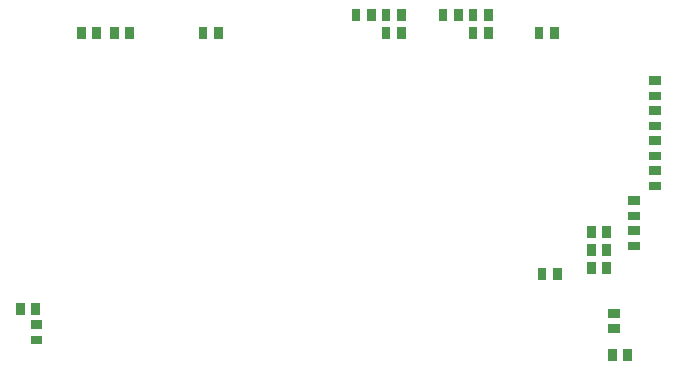
<source format=gbr>
G04 start of page 10 for group -4015 idx -4015 *
G04 Title: control, toppaste *
G04 Creator: pcb 20140316 *
G04 CreationDate: Thu 08 Jun 2017 03:46:08 AM GMT UTC *
G04 For: brian *
G04 Format: Gerber/RS-274X *
G04 PCB-Dimensions (mil): 6000.00 5000.00 *
G04 PCB-Coordinate-Origin: lower left *
%MOIN*%
%FSLAX25Y25*%
%LNTOPPASTE*%
%ADD84R,0.0295X0.0295*%
G54D84*X193941Y207992D02*Y207008D01*
X199059Y207992D02*Y207008D01*
X164441Y207992D02*Y207008D01*
X169559Y207992D02*Y207008D01*
X153441Y207992D02*Y207008D01*
X158559Y207992D02*Y207008D01*
X283941Y207992D02*Y207008D01*
X289059Y207992D02*Y207008D01*
X244941Y213992D02*Y213008D01*
X250059Y213992D02*Y213008D01*
X254941Y213992D02*Y213008D01*
X260059Y213992D02*Y213008D01*
X254941Y207992D02*Y207008D01*
X260059Y207992D02*Y207008D01*
X306941Y127492D02*Y126508D01*
X312059Y127492D02*Y126508D01*
X305941Y207992D02*Y207008D01*
X311059Y207992D02*Y207008D01*
X137908Y110218D02*X138892D01*
X137908Y105100D02*X138892D01*
X133100Y115892D02*Y114908D01*
X138218Y115892D02*Y114908D01*
X330441Y100492D02*Y99508D01*
X335559Y100492D02*Y99508D01*
X330508Y108941D02*X331492D01*
X330508Y114059D02*X331492D01*
X273941Y213992D02*Y213008D01*
X279059Y213992D02*Y213008D01*
X283941Y213992D02*Y213008D01*
X289059Y213992D02*Y213008D01*
X337008Y151559D02*X337992D01*
X337008Y146441D02*X337992D01*
X337008Y141559D02*X337992D01*
X337008Y136441D02*X337992D01*
X323441Y141492D02*Y140508D01*
X328559Y141492D02*Y140508D01*
Y129492D02*Y128508D01*
X323441Y129492D02*Y128508D01*
Y135492D02*Y134508D01*
X328559Y135492D02*Y134508D01*
X344008Y161559D02*X344992D01*
X344008Y156441D02*X344992D01*
X344008Y186441D02*X344992D01*
X344008Y191559D02*X344992D01*
X344008Y166441D02*X344992D01*
X344008Y171559D02*X344992D01*
X344008Y181559D02*X344992D01*
X344008Y176441D02*X344992D01*
M02*

</source>
